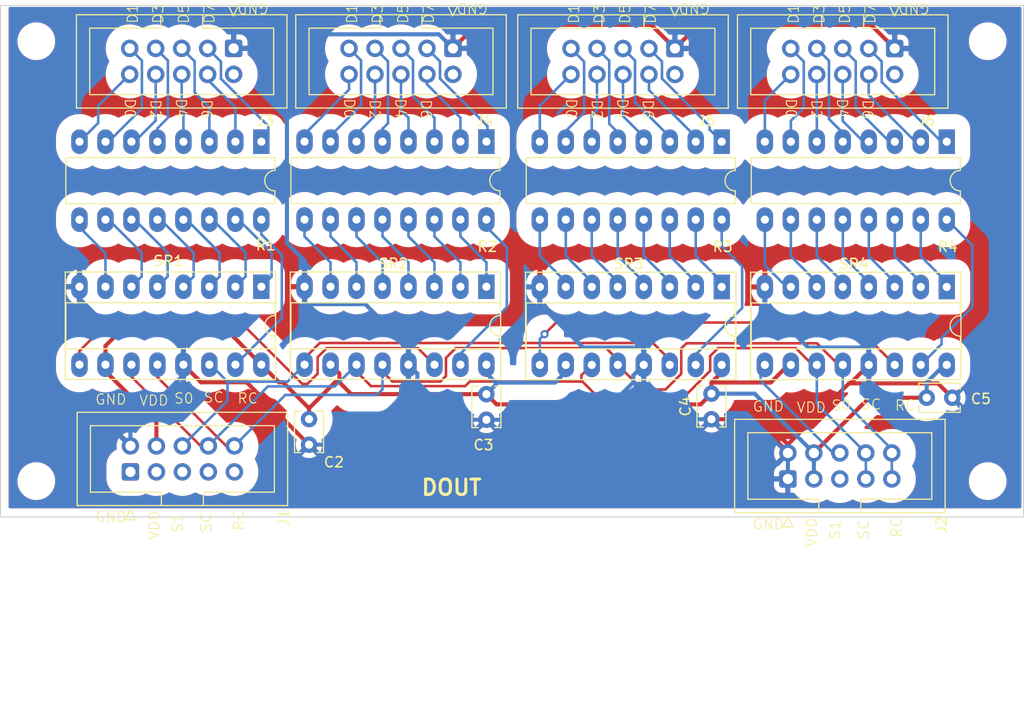
<source format=kicad_pcb>
(kicad_pcb (version 20221018) (generator pcbnew)
  (layers (0 "F.Cu" signal) (31 "B.Cu" signal) (34 "B.Paste" user) (35 "F.Paste" user) (36 "B.SilkS" user "B.Silkscreen") (37 "F.SilkS" user "F.Silkscreen") (38 "B.Mask" user) (39 "F.Mask" user) (44 "Edge.Cuts" user))
  (net 0 "")
  (net 2 "GND")
  (net 4 "/VCC")
  (net 6 "/S0")
  (net 8 "/DOUT_SC")
  (net 10 "/DOUT_RC")
  (net 12 "Net-(SR4-QH')")
  (net 14 "Net-(R1-R8.1)")
  (net 15 "Net-(R1-R7.1)")
  (net 16 "Net-(R1-R6.1)")
  (net 17 "Net-(R1-R5.1)")
  (net 18 "Net-(R1-R4.1)")
  (net 19 "Net-(R1-R3.1)")
  (net 20 "Net-(R1-R2.1)")
  (net 21 "Net-(R1-R1.1)")
  (net 23 "Net-(R2-R8.1)")
  (net 24 "Net-(R2-R7.1)")
  (net 25 "Net-(R2-R6.1)")
  (net 26 "Net-(R2-R5.1)")
  (net 27 "Net-(R2-R4.1)")
  (net 28 "Net-(R2-R3.1)")
  (net 29 "Net-(R2-R2.1)")
  (net 30 "Net-(R2-R1.1)")
  (net 32 "Net-(R3-R8.1)")
  (net 33 "Net-(R3-R7.1)")
  (net 34 "Net-(R3-R6.1)")
  (net 35 "Net-(R3-R5.1)")
  (net 36 "Net-(R3-R4.1)")
  (net 37 "Net-(R3-R3.1)")
  (net 38 "Net-(R3-R2.1)")
  (net 39 "Net-(R3-R1.1)")
  (net 41 "Net-(R4-R8.1)")
  (net 42 "Net-(R4-R7.1)")
  (net 43 "Net-(R4-R6.1)")
  (net 44 "Net-(R4-R5.1)")
  (net 45 "Net-(R4-R4.1)")
  (net 46 "Net-(R4-R3.1)")
  (net 47 "Net-(R4-R2.1)")
  (net 48 "Net-(R4-R1.1)")
  (net 49 "Net-(R1-R8.2)")
  (net 50 "Net-(R1-R7.2)")
  (net 51 "Net-(R1-R6.2)")
  (net 52 "Net-(R1-R5.2)")
  (net 53 "Net-(R1-R4.2)")
  (net 54 "Net-(R1-R3.2)")
  (net 55 "Net-(R1-R2.2)")
  (net 56 "Net-(R1-R1.2)")
  (net 57 "Net-(R2-R8.2)")
  (net 58 "Net-(R2-R7.2)")
  (net 59 "Net-(R2-R6.2)")
  (net 60 "Net-(R2-R5.2)")
  (net 61 "Net-(R2-R4.2)")
  (net 62 "Net-(R2-R3.2)")
  (net 63 "Net-(R2-R2.2)")
  (net 64 "Net-(R2-R1.2)")
  (net 65 "Net-(SR1-QH')")
  (net 66 "Net-(R3-R7.2)")
  (net 67 "Net-(R3-R6.2)")
  (net 68 "Net-(R3-R5.2)")
  (net 69 "Net-(R3-R4.2)")
  (net 70 "Net-(R3-R3.2)")
  (net 71 "Net-(R3-R2.2)")
  (net 72 "Net-(R3-R1.2)")
  (net 73 "Net-(SR3-QH')")
  (net 74 "Net-(R3-R8.2)")
  (net 75 "Net-(R4-R7.2)")
  (net 76 "Net-(R4-R6.2)")
  (net 77 "Net-(R4-R5.2)")
  (net 78 "Net-(R4-R4.2)")
  (net 79 "Net-(R4-R3.2)")
  (net 80 "Net-(R4-R2.2)")
  (net 81 "Net-(R4-R1.2)")
  (net 82 "Net-(R4-R8.2)")
  (footprint "MountingHole:MountingHole_3.2mm_M3" (layer "F.Cu") (at 143.5 86.5)
    (fp_text reference "H3" hide)
    (fp_text value "MountingHole" hide)
  )
  (footprint "lib 2022 ksir:IDC-Header_2x05_P2.54mm_Vertical_ksr_dOUT" (layer "F.Cu") (at 184.23 44.2 -90)
    (fp_text reference "J4")
    (fp_text value "sin_in")
  )
  (footprint "Package_DIP:DIP-16_W7.62mm_Socket_LongPads" (layer "F.Cu") (at 187.5 67.5 -90)
    (fp_text reference "SR2")
    (fp_text value "74HC595")
  )
  (footprint "MountingHole:MountingHole_3.2mm_M3" (layer "F.Cu") (at 236.5 43.5)
    (fp_text reference "H2" hide)
    (fp_text value "MountingHole" hide)
  )
  (footprint "Capacitor_THT:C_Disc_D3.8mm_W2.6mm_P2.50mm" (layer "F.Cu") (at 209.5 80.45 90)
    (fp_text reference "C4")
    (fp_text value "100NF")
  )
  (footprint "Package_DIP:DIP-16_W7.62mm_LongPads" (layer "F.Cu") (at 232.5 53.32 -90)
    (fp_text reference "R4")
    (fp_text value "220 ohm")
  )
  (footprint "lib 2022 ksir:IDC-Header_2x05_P2.54mm_Vertical_ksr_dOUT" (layer "F.Cu") (at 162.79 44.2 -90)
    (fp_text reference "J3")
    (fp_text value "sin_in")
  )
  (footprint "Capacitor_THT:C_Disc_D3.8mm_W2.6mm_P2.50mm" (layer "F.Cu") (at 187.5 80.5 90)
    (fp_text reference "C3")
    (fp_text value "100NF")
  )
  (footprint "Package_DIP:DIP-16_W7.62mm_Socket_LongPads" (layer "F.Cu") (at 232.5 67.52 -90)
    (fp_text reference "SR4")
    (fp_text value "74HC595")
  )
  (footprint "Package_DIP:DIP-16_W7.62mm_LongPads" (layer "F.Cu") (at 187.5 53.31 -90)
    (fp_text reference "R2")
    (fp_text value "220 ohm")
  )
  (footprint "Package_DIP:DIP-16_W7.62mm_LongPads" (layer "F.Cu") (at 210.5 53.32 -90)
    (fp_text reference "R3")
    (fp_text value "220 ohm")
  )
  (footprint "lib 2022 ksir:IDC-Header_2x05_P2.54mm_Vertical_ksr_dOUT" (layer "F.Cu") (at 205.93 44.21 -90)
    (fp_text reference "J5")
    (fp_text value "sin_in")
  )
  (footprint "MountingHole:MountingHole_3.2mm_M3" (layer "F.Cu") (at 143.5 43.5)
    (fp_text reference "H1" hide)
    (fp_text value "MountingHole" hide)
  )
  (footprint "lib 2022 ksir:IDC-Header_2x05_P2.54mm_Vertical_ksr_TO_J8_J9" (layer "F.Cu") (at 216.97 86.29 90)
    (fp_text reference "J2")
    (fp_text value "sin_in")
  )
  (footprint "lib 2022 ksir:IDC-Header_2x05_P2.54mm_Vertical_ksr_TO_J8_J9" (layer "F.Cu") (at 152.7 85.6 90)
    (fp_text reference "J1")
    (fp_text value "sin_in")
  )
  (footprint "MountingHole:MountingHole_3.2mm_M3" (layer "F.Cu") (at 236.5 86.5)
    (fp_text reference "H4" hide)
    (fp_text value "MountingHole" hide)
  )
  (footprint "Capacitor_THT:C_Disc_D3.8mm_W2.6mm_P2.50mm" (layer "F.Cu") (at 170.16 82.94 90)
    (fp_text reference "C2")
    (fp_text value "100NF")
  )
  (footprint "Package_DIP:DIP-16_W7.62mm_Socket_LongPads" (layer "F.Cu") (at 165.5 67.5 -90)
    (fp_text reference "SR1")
    (fp_text value "74HC595")
  )
  (footprint "Capacitor_THT:C_Disc_D3.8mm_W2.6mm_P2.50mm" (layer "F.Cu") (at 233.04 78.35 180)
    (fp_text reference "C5")
    (fp_text value "100NF")
  )
  (footprint "Package_DIP:DIP-16_W7.62mm_LongPads" (layer "F.Cu") (at 165.5 53.32 -90)
    (fp_text reference "R1")
    (fp_text value "220 ohm")
  )
  (footprint "Package_DIP:DIP-16_W7.62mm_Socket_LongPads" (layer "F.Cu") (at 210.5 67.52 -90)
    (fp_text reference "SR3")
    (fp_text value "74HC595")
  )
  (footprint "lib 2022 ksir:IDC-Header_2x05_P2.54mm_Vertical_ksr_dOUT" (layer "F.Cu") (at 227.41 44.21 -90)
    (fp_text reference "J6")
    (fp_text value "sin_in")
  )
  (gr_poly (pts (xy 240 90) (xy 140 90) (xy 140 40) (xy 240 40)) (stroke (width 0.1)) (fill none) (layer "Edge.Cuts"))
  (gr_text "DOUT" (at 181 88) (layer "F.SilkS") (effects (font (size 1.5 1.5) (thickness 0.3) bold) (justify left bottom)))
  (segment (start 159.6001 76.8401) (end 164.0601 76.8401) (width 0.4) (layer "F.Cu") (net 2))
  (segment (start 214.505 80.45) (end 216.97 82.915) (width 0.4) (layer "F.Cu") (net 2))
  (segment (start 222.94 76.945) (end 231.635 76.945) (width 0.4) (layer "F.Cu") (net 2))
  (segment (start 205.93 44.21) (end 208.24 41.9) (width 0.4) (layer "F.Cu") (net 2))
  (segment (start 225.1 41.9) (end 227.41 44.21) (width 0.4) (layer "F.Cu") (net 2))
  (segment (start 223.075 76.945) (end 222.94 76.945) (width 0.4) (layer "F.Cu") (net 2))
  (segment (start 164.0601 76.8401) (end 170.16 82.94) (width 0.4) (layer "F.Cu") (net 2))
  (segment (start 205.93 44.21) (end 203.62 41.9) (width 0.4) (layer "F.Cu") (net 2))
  (segment (start 186.53 41.9) (end 184.23 44.2) (width 0.4) (layer "F.Cu") (net 2))
  (segment (start 157.88 75.12) (end 159.6001 76.8401) (width 0.4) (layer "F.Cu") (net 2))
  (segment (start 203.62 41.9) (end 186.53 41.9) (width 0.4) (layer "F.Cu") (net 2))
  (segment (start 224.88 75.14) (end 223.075 76.945) (width 0.4) (layer "F.Cu") (net 2))
  (segment (start 209.5 80.45) (end 214.505 80.45) (width 0.4) (layer "F.Cu") (net 2))
  (segment (start 216.97 82.915) (end 222.94 76.945) (width 0.4) (layer "F.Cu") (net 2))
  (segment (start 216.97 83.75) (end 216.97 82.915) (width 0.4) (layer "F.Cu") (net 2))
  (segment (start 231.635 76.945) (end 233.04 78.35) (width 0.4) (layer "F.Cu") (net 2))
  (segment (start 208.24 41.9) (end 225.1 41.9) (width 0.4) (layer "F.Cu") (net 2))
  (segment (start 182.8511 42.8211) (end 184.23 44.2) (width 0.4) (layer "B.Cu") (net 2))
  (segment (start 180.75 75.99) (end 180.75 76.8401) (width 0.4) (layer "B.Cu") (net 2))
  (segment (start 169.1764 44.2) (end 170.5553 42.8211) (width 0.4) (layer "B.Cu") (net 2))
  (segment (start 224.88 73.4399) (end 218.9398 73.4399) (width 0.4) (layer "B.Cu") (net 2))
  (segment (start 170.5553 42.8211) (end 182.8511 42.8211) (width 0.4) (layer "B.Cu") (net 2))
  (segment (start 201.86 76.16) (end 201.86 76.8401) (width 0.4) (layer "B.Cu") (net 2))
  (segment (start 224.88 75.14) (end 224.88 73.4399) (width 0.4) (layer "B.Cu") (net 2))
  (segment (start 192.72 67.52) (end 192.72 69.2201) (width 0.4) (layer "B.Cu") (net 2))
  (segment (start 169.72 67.5) (end 169.72 69.2001) (width 0.4) (layer "B.Cu") (net 2))
  (segment (start 180.75 76.8401) (end 184.4099 80.5) (width 0.4) (layer "B.Cu") (net 2))
  (segment (start 157.88 76.12) (end 152.7 81.3) (width 0.4) (layer "B.Cu") (net 2))
  (segment (start 147.72 68.66) (end 149.56 70.5) (width 0.4) (layer "B.Cu") (net 2))
  (segment (start 175.6602 69.2001) (end 179.88 73.4199) (width 0.4) (layer "B.Cu") (net 2))
  (segment (start 216.97 83.75) (end 216.97 86.29) (width 0.4) (layer "B.Cu") (net 2))
  (segment (start 196.9398 73.4399) (end 192.72 69.2201) (width 0.4) (layer "B.Cu") (net 2))
  (segment (start 147.72 67.5) (end 147.72 68.66) (width 0.4) (layer "B.Cu") (net 2))
  (segment (start 174.6501 82.94) (end 180.75 76.8401) (width 0.4) (layer "B.Cu") (net 2))
  (segment (start 162.79 44.2) (end 169.1764 44.2) (width 0.4) (layer "B.Cu") (net 2))
  (segment (start 202.88 73.4399) (end 196.9398 73.4399) (width 0.4) (layer "B.Cu") (net 2))
  (segment (start 154.7851 70.5) (end 157.88 73.5949) (width 0.4) (layer "B.Cu") (net 2))
  (segment (start 157.88 75.12) (end 157.88 76.12) (width 0.4) (layer "B.Cu") (net 2))
  (segment (start 218.9398 73.4399) (end 214.72 69.2201) (width 0.4) (layer "B.Cu") (net 2))
  (segment (start 198.2001 80.5) (end 201.86 76.8401) (width 0.4) (layer "B.Cu") (net 2))
  (segment (start 209.5 80.45) (end 205.4699 80.45) (width 0.4) (layer "B.Cu") (net 2))
  (segment (start 205.4699 80.45) (end 201.86 76.8401) (width 0.4) (layer "B.Cu") (net 2))
  (segment (start 169.72 67.5) (end 169.72 64.9499) (width 0.4) (layer "B.Cu") (net 2))
  (segment (start 169.72 64.9499) (end 168 63.2299) (width 0.4) (layer "B.Cu") (net 2))
  (segment (start 169.72 69.2001) (end 175.6602 69.2001) (width 0.4) (layer "B.Cu") (net 2))
  (segment (start 187.5 80.5) (end 198.2001 80.5) (width 0.4) (layer "B.Cu") (net 2))
  (segment (start 149.56 70.5) (end 154.7851 70.5) (width 0.4) (layer "B.Cu") (net 2))
  (segment (start 202.88 75.14) (end 202.88 73.4399) (width 0.4) (layer "B.Cu") (net 2))
  (segment (start 179.88 75.12) (end 180.75 75.99) (width 0.4) (layer "B.Cu") (net 2))
  (segment (start 168 63.2299) (end 168 45.3764) (width 0.4) (layer "B.Cu") (net 2))
  (segment (start 157.88 73.5949) (end 157.88 75.12) (width 0.4) (layer "B.Cu") (net 2))
  (segment (start 202.88 75.14) (end 201.86 76.16) (width 0.4) (layer "B.Cu") (net 2))
  (segment (start 179.88 75.12) (end 179.88 73.4199) (width 0.4) (layer "B.Cu") (net 2))
  (segment (start 168 45.3764) (end 169.1764 44.2) (width 0.4) (layer "B.Cu") (net 2))
  (segment (start 184.4099 80.5) (end 187.5 80.5) (width 0.4) (layer "B.Cu") (net 2))
  (segment (start 170.16 82.94) (end 174.6501 82.94) (width 0.4) (layer "B.Cu") (net 2))
  (segment (start 214.72 67.52) (end 214.72 69.2201) (width 0.4) (layer "B.Cu") (net 2))
  (segment (start 152.7 81.3) (end 152.7 83.06) (width 0.4) (layer "B.Cu") (net 2))
  (segment (start 150.26 73.28) (end 151.56 71.98) (width 0.4) (layer "F.Cu") (net 4))
  (segment (start 219.51 83.75) (end 224.91 78.35) (width 0.4) (layer "F.Cu") (net 4))
  (segment (start 173.13 76.8401) (end 174.2899 78) (width 0.4) (layer "F.Cu") (net 4))
  (segment (start 188.5 79) (end 208.45 79) (width 0.4) (layer "F.Cu") (net 4))
  (segment (start 210.5 75.8601) (end 209.5 76.8601) (width 0.4) (layer "F.Cu") (net 4))
  (segment (start 217.0201 75.14) (end 215.3 76.8601) (width 0.4) (layer "F.Cu") (net 4))
  (segment (start 170.16 80.44) (end 170.16 79.3825) (width 0.4) (layer "F.Cu") (net 4))
  (segment (start 208.45 79) (end 209.5 77.95) (width 0.4) (layer "F.Cu") (net 4))
  (segment (start 174.2899 78) (end 187.5 78) (width 0.4) (layer "F.Cu") (net 4))
  (segment (start 162.36 71.98) (end 165.5 75.12) (width 0.4) (layer "F.Cu") (net 4))
  (segment (start 172.7024 76.8401) (end 173.13 76.8401) (width 0.4) (layer "F.Cu") (net 4))
  (segment (start 209.5 77.95) (end 209.5 76.8601) (width 0.4) (layer "F.Cu") (net 4))
  (segment (start 167.6176 76.8401) (end 170.16 79.3825) (width 0.4) (layer "F.Cu") (net 4))
  (segment (start 172.26 75.12) (end 173.13 75.99) (width 0.4) (layer "F.Cu") (net 4))
  (segment (start 167.2201 76.8401) (end 167.6176 76.8401) (width 0.4) (layer "F.Cu") (net 4))
  (segment (start 217.26 75.14) (end 217.0201 75.14) (width 0.4) (layer "F.Cu") (net 4))
  (segment (start 150.26 75.12) (end 150.26 73.28) (width 0.4) (layer "F.Cu") (net 4))
  (segment (start 210.5 75.14) (end 210.5 75.8601) (width 0.4) (layer "F.Cu") (net 4))
  (segment (start 150.26 75.76) (end 150.26 75.12) (width 0.4) (layer "F.Cu") (net 4))
  (segment (start 155.24 80.74) (end 150.26 75.76) (width 0.4) (layer "F.Cu") (net 4))
  (segment (start 170.16 79.3825) (end 172.7024 76.8401) (width 0.4) (layer "F.Cu") (net 4))
  (segment (start 165.5 75.12) (end 167.2201 76.8401) (width 0.4) (layer "F.Cu") (net 4))
  (segment (start 155.24 83.06) (end 155.24 80.74) (width 0.4) (layer "F.Cu") (net 4))
  (segment (start 187.5 78) (end 188.5 79) (width 0.4) (layer "F.Cu") (net 4))
  (segment (start 224.91 78.35) (end 230.54 78.35) (width 0.4) (layer "F.Cu") (net 4))
  (segment (start 151.56 71.98) (end 162.36 71.98) (width 0.4) (layer "F.Cu") (net 4))
  (segment (start 215.3 76.8601) (end 209.5 76.8601) (width 0.4) (layer "F.Cu") (net 4))
  (segment (start 173.13 75.99) (end 173.13 76.8401) (width 0.4) (layer "F.Cu") (net 4))
  (segment (start 188.4 77.1) (end 188.4 76.8701) (width 0.4) (layer "B.Cu") (net 4))
  (segment (start 195.26 75.14) (end 195.26 75.8201) (width 0.4) (layer "B.Cu") (net 4))
  (segment (start 209.5 77.95) (end 213.71 77.95) (width 0.4) (layer "B.Cu") (net 4))
  (segment (start 195.26 75.8201) (end 194.21 76.8701) (width 0.4) (layer "B.Cu") (net 4))
  (segment (start 187.5 78) (end 188.4 77.1) (width 0.4) (layer "B.Cu") (net 4))
  (segment (start 187.5 75.12) (end 187.5 75.9701) (width 0.4) (layer "B.Cu") (net 4))
  (segment (start 219.51 83.75) (end 219.51 86.29) (width 0.4) (layer "B.Cu") (net 4))
  (segment (start 232.2601 75.14) (end 230.54 76.8601) (width 0.4) (layer "B.Cu") (net 4))
  (segment (start 194.21 76.8701) (end 188.4 76.8701) (width 0.4) (layer "B.Cu") (net 4))
  (segment (start 232.5 75.14) (end 232.2601 75.14) (width 0.4) (layer "B.Cu") (net 4))
  (segment (start 230.54 76.8601) (end 230.54 78.35) (width 0.4) (layer "B.Cu") (net 4))
  (segment (start 187.5 75.9701) (end 188.4 76.8701) (width 0.4) (layer "B.Cu") (net 4))
  (segment (start 213.71 77.95) (end 219.51 83.75) (width 0.4) (layer "B.Cu") (net 4))
  (segment (start 169.72 75.12) (end 169.72 74.4849) (width 0.25) (layer "F.Cu") (net 6))
  (segment (start 203.7851 73) (end 205.42 74.6349) (width 0.25) (layer "F.Cu") (net 6))
  (segment (start 171.2049 73) (end 203.7851 73) (width 0.25) (layer "F.Cu") (net 6))
  (segment (start 169.72 74.4849) (end 171.2049 73) (width 0.25) (layer "F.Cu") (net 6))
  (segment (start 205.42 74.6349) (end 205.42 75.14) (width 0.25) (layer "F.Cu") (net 6))
  (segment (start 162.19 78.65) (end 162.19 76.7781) (width 0.25) (layer "B.Cu") (net 6))
  (segment (start 168.0619 76.7781) (end 162.19 76.7781) (width 0.25) (layer "B.Cu") (net 6))
  (segment (start 160.5319 75.12) (end 160.42 75.12) (width 0.25) (layer "B.Cu") (net 6))
  (segment (start 169.72 75.12) (end 168.0619 76.7781) (width 0.25) (layer "B.Cu") (net 6))
  (segment (start 162.19 76.7781) (end 160.5319 75.12) (width 0.25) (layer "B.Cu") (net 6))
  (segment (start 157.78 83.06) (end 162.19 78.65) (width 0.25) (layer "B.Cu") (net 6))
  (segment (start 174.8 75.7951) (end 176.2202 77.2153) (width 0.25) (layer "F.Cu") (net 8))
  (segment (start 196.78 76.16) (end 196.78 76.6651) (width 0.25) (layer "F.Cu") (net 8))
  (segment (start 160.32 83.06) (end 159.56 83.06) (width 0.25) (layer "F.Cu") (net 8))
  (segment (start 174.8 75.12) (end 174.8 75.7951) (width 0.25) (layer "F.Cu") (net 8))
  (segment (start 209.375 75.71599) (end 209.375 74.27401) (width 0.25) (layer "F.Cu") (net 8))
  (segment (start 210.5 73.5012) (end 217.7463 73.5012) (width 0.25) (layer "F.Cu") (net 8))
  (segment (start 198.1149 78) (end 207.09099 78) (width 0.25) (layer "F.Cu") (net 8))
  (segment (start 210.14781 73.5012) (end 210.5 73.5012) (width 0.25) (layer "F.Cu") (net 8))
  (segment (start 159.56 83.06) (end 152.8 76.3) (width 0.25) (layer "F.Cu") (net 8))
  (segment (start 207.09099 78) (end 209.375 75.71599) (width 0.25) (layer "F.Cu") (net 8))
  (segment (start 197.8 75.14) (end 196.78 76.16) (width 0.25) (layer "F.Cu") (net 8))
  (segment (start 196.78 76.6651) (end 198.1149 78) (width 0.25) (layer "F.Cu") (net 8))
  (segment (start 176.2202 77.2153) (end 185.4261 77.2153) (width 0.25) (layer "F.Cu") (net 8))
  (segment (start 196.6798 76.7653) (end 196.78 76.6651) (width 0.25) (layer "F.Cu") (net 8))
  (segment (start 209.375 74.27401) (end 210.14781 73.5012) (width 0.25) (layer "F.Cu") (net 8))
  (segment (start 219.3851 75.14) (end 219.8 75.14) (width 0.25) (layer "F.Cu") (net 8))
  (segment (start 185.4261 77.2153) (end 185.8761 76.7653) (width 0.25) (layer "F.Cu") (net 8))
  (segment (start 185.8761 76.7653) (end 196.6798 76.7653) (width 0.25) (layer "F.Cu") (net 8))
  (segment (start 217.7463 73.5012) (end 219.3851 75.14) (width 0.25) (layer "F.Cu") (net 8))
  (segment (start 152.8 76.3) (end 152.8 75.12) (width 0.25) (layer "F.Cu") (net 8))
  (segment (start 174.8 75.12) (end 172.6788 77.2412) (width 0.25) (layer "B.Cu") (net 8))
  (segment (start 224.59 83.75) (end 219.8 78.96) (width 0.25) (layer "B.Cu") (net 8))
  (segment (start 224.59 83.75) (end 224.59 86.29) (width 0.25) (layer "B.Cu") (net 8))
  (segment (start 219.8 78.96) (end 219.8 75.14) (width 0.25) (layer "B.Cu") (net 8))
  (segment (start 172.6788 77.2412) (end 166.1388 77.2412) (width 0.25) (layer "B.Cu") (net 8))
  (segment (start 166.1388 77.2412) (end 160.32 83.06) (width 0.25) (layer "B.Cu") (net 8))
  (segment (start 200.34 74.6349) (end 199.2063 73.5012) (width 0.25) (layer "F.Cu") (net 10))
  (segment (start 205.00099 77.55) (end 206.545 76.00599) (width 0.25) (layer "F.Cu") (net 10))
  (segment (start 177.34 75.12) (end 177.34 75.7951) (width 0.25) (layer "F.Cu") (net 10))
  (segment (start 184.4988 73.5012) (end 183.545 74.455) (width 0.25) (layer "F.Cu") (net 10))
  (segment (start 155.34 75.12) (end 155.34 76.34) (width 0.25) (layer "F.Cu") (net 10))
  (segment (start 219.8114 73.0263) (end 221.9251 75.14) (width 0.25) (layer "F.Cu") (net 10))
  (segment (start 202.75 77.55) (end 205.00099 77.55) (width 0.25) (layer "F.Cu") (net 10))
  (segment (start 183.545 76.2201) (end 183 76.7651) (width 0.25) (layer "F.Cu") (net 10))
  (segment (start 155.34 76.34) (end 162.06 83.06) (width 0.25) (layer "F.Cu") (net 10))
  (segment (start 207.055 73.0263) (end 219.8114 73.0263) (width 0.25) (layer "F.Cu") (net 10))
  (segment (start 177.34 75.7951) (end 178.31 76.7651) (width 0.25) (layer "F.Cu") (net 10))
  (segment (start 206.545 76.00599) (end 206.545 73.5363) (width 0.25) (layer "F.Cu") (net 10))
  (segment (start 199.2063 73.5012) (end 184.4988 73.5012) (width 0.25) (layer "F.Cu") (net 10))
  (segment (start 200.34 75.14) (end 200.34 74.6349) (width 0.25) (layer "F.Cu") (net 10))
  (segment (start 206.545 73.5363) (end 207.055 73.0263) (width 0.25) (layer "F.Cu") (net 10))
  (segment (start 183.545 74.455) (end 183.545 76.2201) (width 0.25) (layer "F.Cu") (net 10))
  (segment (start 178.31 76.7651) (end 183 76.7651) (width 0.25) (layer "F.Cu") (net 10))
  (segment (start 221.9251 75.14) (end 222.34 75.14) (width 0.25) (layer "F.Cu") (net 10))
  (segment (start 200.34 75.14) (end 202.75 77.55) (width 0.25) (layer "F.Cu") (net 10))
  (segment (start 162.06 83.06) (end 162.86 83.06) (width 0.25) (layer "F.Cu") (net 10))
  (segment (start 227.13 86.29) (end 227.13 83.75) (width 0.25) (layer "B.Cu") (net 10))
  (segment (start 177.34 75.12) (end 177.34 77.5351) (width 0.25) (layer "B.Cu") (net 10))
  (segment (start 227.13 83.3951) (end 227.13 83.75) (width 0.25) (layer "B.Cu") (net 10))
  (segment (start 167.8496 78.0704) (end 162.86 83.06) (width 0.25) (layer "B.Cu") (net 10))
  (segment (start 222.34 78.6051) (end 227.13 83.3951) (width 0.25) (layer "B.Cu") (net 10))
  (segment (start 222.34 75.14) (end 222.34 78.6051) (width 0.25) (layer "B.Cu") (net 10))
  (segment (start 176.8047 78.0704) (end 167.8496 78.0704) (width 0.25) (layer "B.Cu") (net 10))
  (segment (start 177.34 77.5351) (end 176.8047 78.0704) (width 0.25) (layer "B.Cu") (net 10))
  (segment (start 214.72 75.14) (end 214.3051 75.5549) (width 0.25) (layer "B.Cu") (net 12))
  (segment (start 214.3051 76.6651) (end 221.39 83.75) (width 0.25) (layer "B.Cu") (net 12))
  (segment (start 214.3051 75.5549) (end 214.3051 76.6651) (width 0.25) (layer "B.Cu") (net 12))
  (segment (start 221.39 83.75) (end 222.05 83.75) (width 0.25) (layer "B.Cu") (net 12))
  (segment (start 152.63 46.74) (end 149.55 49.82) (width 0.25) (layer "B.Cu") (net 14))
  (segment (start 149.55 49.82) (end 149.55 51.49) (width 0.25) (layer "B.Cu") (net 14))
  (segment (start 149.55 51.49) (end 147.72 53.32) (width 0.25) (layer "B.Cu") (net 14))
  (segment (start 153.8206 45.3906) (end 152.63 44.2) (width 0.25) (layer "B.Cu") (net 15))
  (segment (start 153.8206 50.0643) (end 153.8206 45.3906) (width 0.25) (layer "B.Cu") (net 15))
  (segment (start 150.26 53.32) (end 150.5649 53.32) (width 0.25) (layer "B.Cu") (net 15))
  (segment (start 150.5649 53.32) (end 153.8206 50.0643) (width 0.25) (layer "B.Cu") (net 15))
  (segment (start 152.8 53.32) (end 153.1049 53.32) (width 0.25) (layer "B.Cu") (net 16))
  (segment (start 155.17 51.2549) (end 155.17 46.74) (width 0.25) (layer "B.Cu") (net 16))
  (segment (start 153.1049 53.32) (end 155.17 51.2549) (width 0.25) (layer "B.Cu") (net 16))
  (segment (start 156.362 45.392) (end 155.17 44.2) (width 0.25) (layer "B.Cu") (net 17))
  (segment (start 155.34 52.0089) (end 156.362 50.9869) (width 0.25) (layer "B.Cu") (net 17))
  (segment (start 156.362 50.9869) (end 156.362 45.392) (width 0.25) (layer "B.Cu") (net 17))
  (segment (start 155.34 53.32) (end 155.34 52.0089) (width 0.25) (layer "B.Cu") (net 17))
  (segment (start 157.71 49.7949) (end 157.71 46.74) (width 0.25) (layer "B.Cu") (net 18))
  (segment (start 157.88 53.32) (end 157.88 49.9649) (width 0.25) (layer "B.Cu") (net 18))
  (segment (start 157.88 49.9649) (end 157.71 49.7949) (width 0.25) (layer "B.Cu") (net 18))
  (segment (start 158.98 48.5249) (end 158.98 45.47) (width 0.25) (layer "B.Cu") (net 19))
  (segment (start 160.42 53.32) (end 160.42 49.9649) (width 0.25) (layer "B.Cu") (net 19))
  (segment (start 160.42 49.9649) (end 158.98 48.5249) (width 0.25) (layer "B.Cu") (net 19))
  (segment (start 158.98 45.47) (end 157.71 44.2) (width 0.25) (layer "B.Cu") (net 19))
  (segment (start 162.96 53.32) (end 162.96 49.9649) (width 0.25) (layer "B.Cu") (net 20))
  (segment (start 162.96 49.9649) (end 160.25 47.2549) (width 0.25) (layer "B.Cu") (net 20))
  (segment (start 160.25 47.2549) (end 160.25 46.74) (width 0.25) (layer "B.Cu") (net 20))
  (segment (start 161.547 47.1605) (end 161.547 45.497) (width 0.25) (layer "B.Cu") (net 21))
  (segment (start 166.1814 52.6386) (end 166.1814 51.7949) (width 0.25) (layer "B.Cu") (net 21))
  (segment (start 161.547 45.497) (end 160.25 44.2) (width 0.25) (layer "B.Cu") (net 21))
  (segment (start 165.5 53.32) (end 166.1814 52.6386) (width 0.25) (layer "B.Cu") (net 21))
  (segment (start 166.1814 51.7949) (end 161.547 47.1605) (width 0.25) (layer "B.Cu") (net 21))
  (segment (start 174.07 48.2349) (end 174.07 46.74) (width 0.25) (layer "B.Cu") (net 23))
  (segment (start 169.72 53.31) (end 169.72 52.5849) (width 0.25) (layer "B.Cu") (net 23))
  (segment (start 169.72 52.5849) (end 174.07 48.2349) (width 0.25) (layer "B.Cu") (net 23))
  (segment (start 175.245 49.755) (end 172.26 52.74) (width 0.25) (layer "B.Cu") (net 24))
  (segment (start 175.245 45.375) (end 175.245 49.755) (width 0.25) (layer "B.Cu") (net 24))
  (segment (start 174.07 44.2) (end 175.245 45.375) (width 0.25) (layer "B.Cu") (net 24))
  (segment (start 172.26 52.74) (end 172.26 53.31) (width 0.25) (layer "B.Cu") (net 24))
  (segment (start 176.61 50.7749) (end 176.61 46.74) (width 0.25) (layer "B.Cu") (net 25))
  (segment (start 174.8 53.31) (end 174.8 52.5849) (width 0.25) (layer "B.Cu") (net 25))
  (segment (start 174.8 52.5849) (end 176.61 50.7749) (width 0.25) (layer "B.Cu") (net 25))
  (segment (start 177.88 45.47) (end 176.61 44.2) (width 0.25) (layer "B.Cu") (net 26))
  (segment (start 177.88 51.5249) (end 177.88 45.47) (width 0.25) (layer "B.Cu") (net 26))
  (segment (start 177.34 52.0649) (end 177.88 51.5249) (width 0.25) (layer "B.Cu") (net 26))
  (segment (start 177.34 53.31) (end 177.34 52.0649) (width 0.25) (layer "B.Cu") (net 26))
  (segment (start 179.88 53.31) (end 179.88 50.9849) (width 0.25) (layer "B.Cu") (net 27))
  (segment (start 179.88 50.9849) (end 179.15 50.2549) (width 0.25) (layer "B.Cu") (net 27))
  (segment (start 179.15 50.2549) (end 179.15 46.74) (width 0.25) (layer "B.Cu") (net 27))
  (segment (start 180.3252 45.3752) (end 179.15 44.2) (width 0.25) (layer "B.Cu") (net 28))
  (segment (start 182.42 50.9849) (end 180.3252 48.8901) (width 0.25) (layer "B.Cu") (net 28))
  (segment (start 180.3252 48.8901) (end 180.3252 45.3752) (width 0.25) (layer "B.Cu") (net 28))
  (segment (start 182.42 53.31) (end 182.42 50.9849) (width 0.25) (layer "B.Cu") (net 28))
  (segment (start 184.96 53.31) (end 184.96 50.9849) (width 0.25) (layer "B.Cu") (net 29))
  (segment (start 181.69 47.7149) (end 181.69 46.74) (width 0.25) (layer "B.Cu") (net 29))
  (segment (start 184.96 50.9849) (end 181.69 47.7149) (width 0.25) (layer "B.Cu") (net 29))
  (segment (start 182.96 45.47) (end 181.69 44.2) (width 0.25) (layer "B.Cu") (net 30))
  (segment (start 187.5 53.31) (end 187.5968 53.2132) (width 0.25) (layer "B.Cu") (net 30))
  (segment (start 187.5968 51.7849) (end 182.96 47.1481) (width 0.25) (layer "B.Cu") (net 30))
  (segment (start 187.5968 53.2132) (end 187.5968 51.7849) (width 0.25) (layer "B.Cu") (net 30))
  (segment (start 182.96 47.1481) (end 182.96 45.47) (width 0.25) (layer "B.Cu") (net 30))
  (segment (start 192.72 49.8) (end 192.72 53.32) (width 0.25) (layer "B.Cu") (net 32))
  (segment (start 195.77 46.75) (end 192.72 49.8) (width 0.25) (layer "B.Cu") (net 32))
  (segment (start 195.77 44.21) (end 197.05 45.49) (width 0.25) (layer "B.Cu") (net 33))
  (segment (start 197.05 50.48) (end 195.26 52.27) (width 0.25) (layer "B.Cu") (net 33))
  (segment (start 197.05 45.49) (end 197.05 50.48) (width 0.25) (layer "B.Cu") (net 33))
  (segment (start 195.26 52.27) (end 195.26 53.32) (width 0.25) (layer "B.Cu") (net 33))
  (segment (start 197.8 50.7449) (end 198.31 50.2349) (width 0.25) (layer "B.Cu") (net 34))
  (segment (start 197.8 53.32) (end 197.8 50.7449) (width 0.25) (layer "B.Cu") (net 34))
  (segment (start 198.31 50.2349) (end 198.31 46.75) (width 0.25) (layer "B.Cu") (net 34))
  (segment (start 200.34 52.4099) (end 199.5075 51.5774) (width 0.25) (layer "B.Cu") (net 35))
  (segment (start 199.5075 51.5774) (end 199.5075 45.4075) (width 0.25) (layer "B.Cu") (net 35))
  (segment (start 200.34 53.32) (end 200.34 52.4099) (width 0.25) (layer "B.Cu") (net 35))
  (segment (start 199.5075 45.4075) (end 198.31 44.21) (width 0.25) (layer "B.Cu") (net 35))
  (segment (start 202.88 52.8449) (end 200.85 50.8149) (width 0.25) (layer "B.Cu") (net 36))
  (segment (start 200.85 50.8149) (end 200.85 46.75) (width 0.25) (layer "B.Cu") (net 36))
  (segment (start 202.88 53.32) (end 202.88 52.8449) (width 0.25) (layer "B.Cu") (net 36))
  (segment (start 205.42 52.8449) (end 202.0252 49.4501) (width 0.25) (layer "B.Cu") (net 37))
  (segment (start 202.0252 45.3852) (end 200.85 44.21) (width 0.25) (layer "B.Cu") (net 37))
  (segment (start 205.42 53.32) (end 205.42 52.8449) (width 0.25) (layer "B.Cu") (net 37))
  (segment (start 202.0252 49.4501) (end 202.0252 45.3852) (width 0.25) (layer "B.Cu") (net 37))
  (segment (start 207.96 52.8449) (end 203.39 48.2749) (width 0.25) (layer "B.Cu") (net 38))
  (segment (start 203.39 48.2749) (end 203.39 46.75) (width 0.25) (layer "B.Cu") (net 38))
  (segment (start 207.96 53.32) (end 207.96 52.8449) (width 0.25) (layer "B.Cu") (net 38))
  (segment (start 204.66 45.48) (end 203.39 44.21) (width 0.25) (layer "B.Cu") (net 39))
  (segment (start 210.5 53.32) (end 209.3094 52.1294) (width 0.25) (layer "B.Cu") (net 39))
  (segment (start 209.3094 52.1294) (end 209.3094 51.7949) (width 0.25) (layer "B.Cu") (net 39))
  (segment (start 204.66 47.1455) (end 204.66 45.48) (width 0.25) (layer "B.Cu") (net 39))
  (segment (start 209.3094 51.7949) (end 204.66 47.1455) (width 0.25) (layer "B.Cu") (net 39))
  (segment (start 214.72 49.28) (end 214.72 53.32) (width 0.25) (layer "B.Cu") (net 41))
  (segment (start 217.25 46.75) (end 214.72 49.28) (width 0.25) (layer "B.Cu") (net 41))
  (segment (start 217.26 51.27) (end 217.26 53.32) (width 0.25) (layer "B.Cu") (net 42))
  (segment (start 218.52 45.48) (end 218.52 50.01) (width 0.25) (layer "B.Cu") (net 42))
  (segment (start 218.52 50.01) (end 217.26 51.27) (width 0.25) (layer "B.Cu") (net 42))
  (segment (start 217.25 44.21) (end 218.52 45.48) (width 0.25) (layer "B.Cu") (net 42))
  (segment (start 219.8 49.7649) (end 219.79 49.7549) (width 0.25) (layer "B.Cu") (net 43))
  (segment (start 219.8 53.32) (end 219.8 49.7649) (width 0.25) (layer "B.Cu") (net 43))
  (segment (start 219.79 49.7549) (end 219.79 46.75) (width 0.25) (layer "B.Cu") (net 43))
  (segment (start 222.34 53.32) (end 222.34 52.4567) (width 0.25) (layer "B.Cu") (net 44))
  (segment (start 220.9841 51.1008) (end 220.9841 45.4041) (width 0.25) (layer "B.Cu") (net 44))
  (segment (start 222.34 52.4567) (end 220.9841 51.1008) (width 0.25) (layer "B.Cu") (net 44))
  (segment (start 220.9841 45.4041) (end 219.79 44.21) (width 0.25) (layer "B.Cu") (net 44))
  (segment (start 224.3551 53.32) (end 222.33 51.2949) (width 0.25) (layer "B.Cu") (net 45))
  (segment (start 222.33 51.2949) (end 222.33 46.75) (width 0.25) (layer "B.Cu") (net 45))
  (segment (start 224.88 53.32) (end 224.3551 53.32) (width 0.25) (layer "B.Cu") (net 45))
  (segment (start 223.6 50.0249) (end 223.6 45.48) (width 0.25) (layer "B.Cu") (net 46))
  (segment (start 226.8951 53.32) (end 223.6 50.0249) (width 0.25) (layer "B.Cu") (net 46))
  (segment (start 223.6 45.48) (end 222.33 44.21) (width 0.25) (layer "B.Cu") (net 46))
  (segment (start 227.42 53.32) (end 226.8951 53.32) (width 0.25) (layer "B.Cu") (net 46))
  (segment (start 229.96 53.32) (end 229.4351 53.32) (width 0.25) (layer "B.Cu") (net 47))
  (segment (start 229.4351 53.32) (end 224.87 48.7549) (width 0.25) (layer "B.Cu") (net 47))
  (segment (start 224.87 48.7549) (end 224.87 46.75) (width 0.25) (layer "B.Cu") (net 47))
  (segment (start 226.14 45.48) (end 224.87 44.21) (width 0.25) (layer "B.Cu") (net 48))
  (segment (start 232.5 53.32) (end 231.9751 53.32) (width 0.25) (layer "B.Cu") (net 48))
  (segment (start 226.14 47.4849) (end 226.14 45.48) (width 0.25) (layer "B.Cu") (net 48))
  (segment (start 231.9751 53.32) (end 226.14 47.4849) (width 0.25) (layer "B.Cu") (net 48))
  (segment (start 147.72 61.6849) (end 150.26 64.2249) (width 0.25) (layer "B.Cu") (net 49))
  (segment (start 150.26 64.2249) (end 150.26 67.5) (width 0.25) (layer "B.Cu") (net 49))
  (segment (start 147.72 60.94) (end 147.72 61.6849) (width 0.25) (layer "B.Cu") (net 49))
  (segment (start 153.8 66.5) (end 152.8 67.5) (width 0.25) (layer "B.Cu") (net 50))
  (segment (start 153.8 64.1751) (end 153.8 66.5) (width 0.25) (layer "B.Cu") (net 50))
  (segment (start 150.5649 60.94) (end 153.8 64.1751) (width 0.25) (layer "B.Cu") (net 50))
  (segment (start 150.26 60.94) (end 150.5649 60.94) (width 0.25) (layer "B.Cu") (net 50))
  (segment (start 153.1049 60.94) (end 156.34 64.1751) (width 0.25) (layer "B.Cu") (net 51))
  (segment (start 156.34 64.1751) (end 156.34 66.5) (width 0.25) (layer "B.Cu") (net 51))
  (segment (start 156.34 66.5) (end 155.34 67.5) (width 0.25) (layer "B.Cu") (net 51))
  (segment (start 152.8 60.94) (end 153.1049 60.94) (width 0.25) (layer "B.Cu") (net 51))
  (segment (start 158.88 66.5) (end 157.88 67.5) (width 0.25) (layer "B.Cu") (net 52))
  (segment (start 158.88 64.1751) (end 158.88 66.5) (width 0.25) (layer "B.Cu") (net 52))
  (segment (start 155.6449 60.94) (end 158.88 64.1751) (width 0.25) (layer "B.Cu") (net 52))
  (segment (start 155.34 60.94) (end 155.6449 60.94) (width 0.25) (layer "B.Cu") (net 52))
  (segment (start 161.42 66.5) (end 160.42 67.5) (width 0.25) (layer "B.Cu") (net 53))
  (segment (start 157.88 60.94) (end 158.1849 60.94) (width 0.25) (layer "B.Cu") (net 53))
  (segment (start 161.42 64.1751) (end 161.42 66.5) (width 0.25) (layer "B.Cu") (net 53))
  (segment (start 158.1849 60.94) (end 161.42 64.1751) (width 0.25) (layer "B.Cu") (net 53))
  (segment (start 160.7249 60.94) (end 163.96 64.1751) (width 0.25) (layer "B.Cu") (net 54))
  (segment (start 160.42 60.94) (end 160.7249 60.94) (width 0.25) (layer "B.Cu") (net 54))
  (segment (start 163.96 66.5) (end 162.96 67.5) (width 0.25) (layer "B.Cu") (net 54))
  (segment (start 163.96 64.1751) (end 163.96 66.5) (width 0.25) (layer "B.Cu") (net 54))
  (segment (start 163.2649 60.94) (end 166.5 64.1751) (width 0.25) (layer "B.Cu") (net 55))
  (segment (start 166.5 66.5) (end 165.5 67.5) (width 0.25) (layer "B.Cu") (net 55))
  (segment (start 162.96 60.94) (end 163.2649 60.94) (width 0.25) (layer "B.Cu") (net 55))
  (segment (start 166.5 64.1751) (end 166.5 66.5) (width 0.25) (layer "B.Cu") (net 55))
  (segment (start 165.5 60.94) (end 165.5 62.39) (width 0.25) (layer "B.Cu") (net 56))
  (segment (start 167.5 64.39) (end 167.5 70.58) (width 0.25) (layer "B.Cu") (net 56))
  (segment (start 165.5 62.39) (end 167.5 64.39) (width 0.25) (layer "B.Cu") (net 56))
  (segment (start 167.5 70.58) (end 162.96 75.12) (width 0.25) (layer "B.Cu") (net 56))
  (segment (start 172.26 65.1249) (end 169.72 62.5849) (width 0.25) (layer "B.Cu") (net 57))
  (segment (start 169.72 62.5849) (end 169.72 60.93) (width 0.25) (layer "B.Cu") (net 57))
  (segment (start 172.26 67.5) (end 172.26 65.1249) (width 0.25) (layer "B.Cu") (net 57))
  (segment (start 172.26 62.5849) (end 172.26 60.93) (width 0.25) (layer "B.Cu") (net 58))
  (segment (start 174.8 67.5) (end 174.8 65.1249) (width 0.25) (layer "B.Cu") (net 58))
  (segment (start 174.8 65.1249) (end 172.26 62.5849) (width 0.25) (layer "B.Cu") (net 58))
  (segment (start 174.8 62.5849) (end 174.8 60.93) (width 0.25) (layer "B.Cu") (net 59))
  (segment (start 177.34 67.5) (end 177.34 65.1249) (width 0.25) (layer "B.Cu") (net 59))
  (segment (start 177.34 65.1249) (end 174.8 62.5849) (width 0.25) (layer "B.Cu") (net 59))
  (segment (start 179.88 65.1249) (end 177.34 62.5849) (width 0.25) (layer "B.Cu") (net 60))
  (segment (start 179.88 67.5) (end 179.88 65.1249) (width 0.25) (layer "B.Cu") (net 60))
  (segment (start 177.34 62.5849) (end 177.34 60.93) (width 0.25) (layer "B.Cu") (net 60))
  (segment (start 179.88 62.5849) (end 179.88 60.93) (width 0.25) (layer "B.Cu") (net 61))
  (segment (start 182.42 65.1249) (end 179.88 62.5849) (width 0.25) (layer "B.Cu") (net 61))
  (segment (start 182.42 67.5) (end 182.42 65.1249) (width 0.25) (layer "B.Cu") (net 61))
  (segment (start 182.42 62.5849) (end 182.42 60.93) (width 0.25) (layer "B.Cu") (net 62))
  (segment (start 184.96 65.1249) (end 182.42 62.5849) (width 0.25) (layer "B.Cu") (net 62))
  (segment (start 184.96 67.5) (end 184.96 65.1249) (width 0.25) (layer "B.Cu") (net 62))
  (segment (start 187.5 65.1249) (end 184.96 62.5849) (width 0.25) (layer "B.Cu") (net 63))
  (segment (start 184.96 62.5849) (end 184.96 60.93) (width 0.25) (layer "B.Cu") (net 63))
  (segment (start 187.5 67.5) (end 187.5 65.1249) (width 0.25) (layer "B.Cu") (net 63))
  (segment (start 187.5 61.6551) (end 189.495 63.6501) (width 0.25) (layer "B.Cu") (net 64))
  (segment (start 189.495 69.505) (end 184.96 74.04) (width 0.25) (layer "B.Cu") (net 64))
  (segment (start 189.495 63.6501) (end 189.495 69.505) (width 0.25) (layer "B.Cu") (net 64))
  (segment (start 184.96 74.04) (end 184.96 75.12) (width 0.25) (layer "B.Cu") (net 64))
  (segment (start 187.5 60.93) (end 187.5 61.6551) (width 0.25) (layer "B.Cu") (net 64))
  (segment (start 171 74.38901) (end 171 76) (width 0.25) (layer "F.Cu") (net 65))
  (segment (start 171.88781 73.5012) (end 171 74.38901) (width 0.25) (layer "F.Cu") (net 65))
  (segment (start 147.72 75.12) (end 147.72 73.78) (width 0.25) (layer "F.Cu") (net 65))
  (segment (start 147.72 73.78) (end 150.124501 71.375499) (width 0.25) (layer "F.Cu") (net 65))
  (segment (start 170 77) (end 169.5 77) (width 0.25) (layer "F.Cu") (net 65))
  (segment (start 171 76) (end 170 77) (width 0.25) (layer "F.Cu") (net 65))
  (segment (start 150.124501 71.375499) (end 163.875499 71.375499) (width 0.25) (layer "F.Cu") (net 65))
  (segment (start 182.42 75.12) (end 180.8012 73.5012) (width 0.25) (layer "F.Cu") (net 65))
  (segment (start 163.875499 71.375499) (end 169.5 77) (width 0.25) (layer "F.Cu") (net 65))
  (segment (start 180.8012 73.5012) (end 171.88781 73.5012) (width 0.25) (layer "F.Cu") (net 65))
  (segment (start 195.26 60.94) (end 195.26 64.4749) (width 0.25) (layer "B.Cu") (net 66))
  (segment (start 195.26 64.4749) (end 197.8 67.0149) (width 0.25) (layer "B.Cu") (net 66))
  (segment (start 197.8 67.0149) (end 197.8 67.52) (width 0.25) (layer "B.Cu") (net 66))
  (segment (start 200.34 67.0149) (end 200.34 67.52) (width 0.25) (layer "B.Cu") (net 67))
  (segment (start 197.8 64.4749) (end 200.34 67.0149) (width 0.25) (layer "B.Cu") (net 67))
  (segment (start 197.8 60.94) (end 197.8 64.4749) (width 0.25) (layer "B.Cu") (net 67))
  (segment (start 202.88 67.0149) (end 202.88 67.52) (width 0.25) (layer "B.Cu") (net 68))
  (segment (start 200.34 64.4749) (end 202.88 67.0149) (width 0.25) (layer "B.Cu") (net 68))
  (segment (start 200.34 60.94) (end 200.34 64.4749) (width 0.25) (layer "B.Cu") (net 68))
  (segment (start 202.88 64.4749) (end 205.42 67.0149) (width 0.25) (layer "B.Cu") (net 69))
  (segment (start 205.42 67.0149) (end 205.42 67.52) (width 0.25) (layer "B.Cu") (net 69))
  (segment (start 202.88 60.94) (end 202.88 64.4749) (width 0.25) (layer "B.Cu") (net 69))
  (segment (start 205.42 60.94) (end 205.42 64.4749) (width 0.25) (layer "B.Cu") (net 70))
  (segment (start 207.96 67.0149) (end 207.96 67.52) (width 0.25) (layer "B.Cu") (net 70))
  (segment (start 205.42 64.4749) (end 207.96 67.0149) (width 0.25) (layer "B.Cu") (net 70))
  (segment (start 207.96 60.94) (end 207.96 64.4749) (width 0.25) (layer "B.Cu") (net 71))
  (segment (start 207.96 64.4749) (end 210.5 67.0149) (width 0.25) (layer "B.Cu") (net 71))
  (segment (start 210.5 67.0149) (end 210.5 67.52) (width 0.25) (layer "B.Cu") (net 71))
  (segment (start 212.5 69.58) (end 207.96 74.12) (width 0.25) (layer "B.Cu") (net 72))
  (segment (start 207.96 74.12) (end 207.96 75.14) (width 0.25) (layer "B.Cu") (net 72))
  (segment (start 210.5 63.5151) (end 212.5 65.5151) (width 0.25) (layer "B.Cu") (net 72))
  (segment (start 210.5 60.94) (end 210.5 63.5151) (width 0.25) (layer "B.Cu") (net 72))
  (segment (start 212.5 65.5151) (end 212.5 69.58) (width 0.25) (layer "B.Cu") (net 72))
  (segment (start 194.3149 71) (end 224.5 71) (width 0.25) (layer "F.Cu") (net 73))
  (segment (start 225.48 71.98) (end 225.48 73.2) (width 0.25) (layer "F.Cu") (net 73))
  (segment (start 224.5 71) (end 225.48 71.98) (width 0.25) (layer "F.Cu") (net 73))
  (segment (start 193.1844 72.1305) (end 194.3149 71) (width 0.25) (layer "F.Cu") (net 73))
  (segment (start 225.48 73.2) (end 227.42 75.14) (width 0.25) (layer "F.Cu") (net 73))
  (via (at 193.1844 72.1305) (size 0.8) (drill 0.4) (layers "F.Cu" "B.Cu") (net 73))
  (segment (start 192.72 75.14) (end 192.72 72.5949) (width 0.25) (layer "B.Cu") (net 73))
  (segment (start 192.72 72.5949) (end 193.1844 72.1305) (width 0.25) (layer "B.Cu") (net 73))
  (segment (start 195.26 67.0149) (end 195.26 67.52) (width 0.25) (layer "B.Cu") (net 74))
  (segment (start 192.72 60.94) (end 192.72 64.4749) (width 0.25) (layer "B.Cu") (net 74))
  (segment (start 192.72 64.4749) (end 195.26 67.0149) (width 0.25) (layer "B.Cu") (net 74))
  (segment (start 217.26 64.5151) (end 219.8 67.0551) (width 0.25) (layer "B.Cu") (net 75))
  (segment (start 219.8 67.0551) (end 219.8 67.52) (width 0.25) (layer "B.Cu") (net 75))
  (segment (start 217.26 60.94) (end 217.26 64.5151) (width 0.25) (layer "B.Cu") (net 75))
  (segment (start 219.8 64.5151) (end 222.34 67.0551) (width 0.25) (layer "B.Cu") (net 76))
  (segment (start 219.8 60.94) (end 219.8 64.5151) (width 0.25) (layer "B.Cu") (net 76))
  (segment (start 222.34 67.0551) (end 222.34 67.52) (width 0.25) (layer "B.Cu") (net 76))
  (segment (start 222.34 64.5151) (end 224.88 67.0551) (width 0.25) (layer "B.Cu") (net 77))
  (segment (start 224.88 67.0551) (end 224.88 67.52) (width 0.25) (layer "B.Cu") (net 77))
  (segment (start 222.34 60.94) (end 222.34 64.5151) (width 0.25) (layer "B.Cu") (net 77))
  (segment (start 224.88 60.94) (end 224.88 64.5151) (width 0.25) (layer "B.Cu") (net 78))
  (segment (start 224.88 64.5151) (end 227.42 67.0551) (width 0.25) (layer "B.Cu") (net 78))
  (segment (start 227.42 67.0551) (end 227.42 67.52) (width 0.25) (layer "B.Cu") (net 78))
  (segment (start 229.96 67.0551) (end 229.96 67.52) (width 0.25) (layer "B.Cu") (net 79))
  (segment (start 227.42 60.94) (end 227.42 64.5151) (width 0.25) (layer "B.Cu") (net 79))
  (segment (start 227.42 64.5151) (end 229.96 67.0551) (width 0.25) (layer "B.Cu") (net 79))
  (segment (start 232.5 67.0551) (end 232.5 67.52) (width 0.25) (layer "B.Cu") (net 80))
  (segment (start 229.96 64.5151) (end 232.5 67.0551) (width 0.25) (layer "B.Cu") (net 80))
  (segment (start 229.96 60.94) (end 229.96 64.5151) (width 0.25) (layer "B.Cu") (net 80))
  (segment (start 235 69.5) (end 235 63.44) (width 0.25) (layer "B.Cu") (net 81))
  (segment (start 235 63.44) (end 232.5 60.94) (width 0.25) (layer "B.Cu") (net 81))
  (segment (start 229.96 75.14) (end 232 73.1) (width 0.25) (layer "B.Cu") (net 81))
  (segment (start 232 72.5) (end 235 69.5) (width 0.25) (layer "B.Cu") (net 81))
  (segment (start 232 73.1) (end 232 72.5) (width 0.25) (layer "B.Cu") (net 81))
  (segment (start 214.72 60.94) (end 214.72 65.3949) (width 0.25) (layer "B.Cu") (net 82))
  (segment (start 216.8451 67.52) (end 217.26 67.52) (width 0.25) (layer "B.Cu") (net 82))
  (segment (start 214.72 65.3949) (end 216.8451 67.52) (width 0.25) (layer "B.Cu") (net 82))
  (zone (net 2) (net_name "GND") (layers "F&B.Cu") (connect_pads (clearance 1.5)) (min_thickness 0.254) (fill yes (thermal_gap 0.508) (thermal_bridge_width 0.508) (island_removal_mode 1) (island_area_min 10))
    (polygon (pts (xy 239.8 89.15) (xy 140.8 89.15) (xy 140.8 40.15) (xy 239.8 40.15)))
  )
)
</source>
